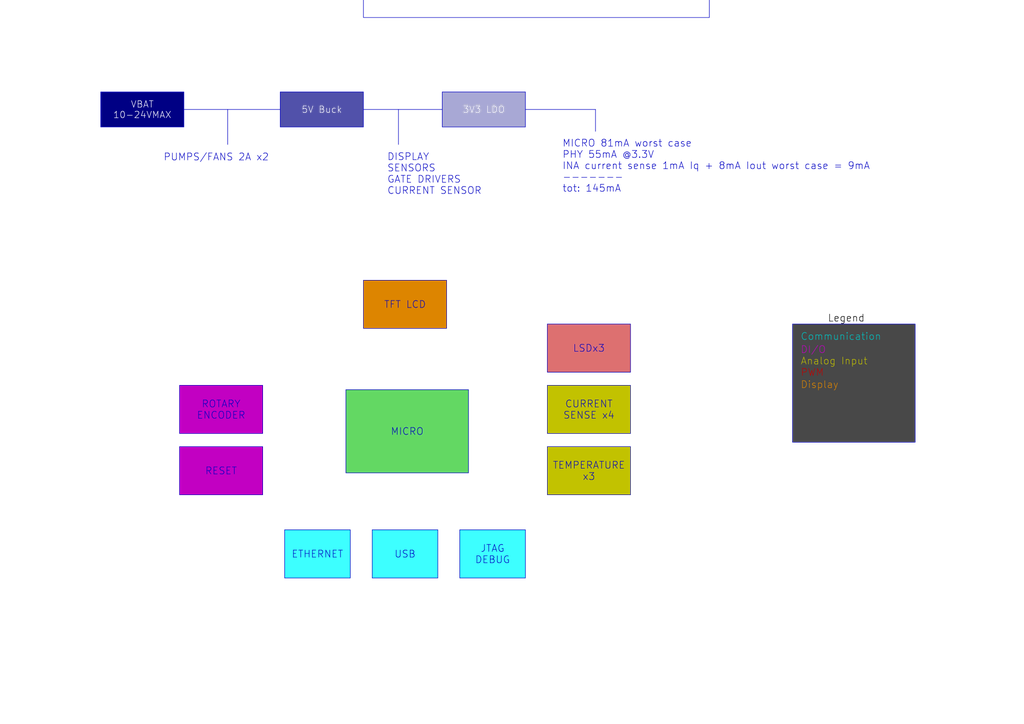
<source format=kicad_sch>
(kicad_sch
	(version 20231120)
	(generator "eeschema")
	(generator_version "8.0")
	(uuid "be495e14-3da3-4129-8396-1871cb6cba29")
	(paper "A4")
	(title_block
		(title "Garden Control System")
		(date "2024-04-06")
		(rev "1")
		(company "Lee Evans")
	)
	(lib_symbols)
	(polyline
		(pts
			(xy 105.41 31.75) (xy 128.27 31.75)
		)
		(stroke
			(width 0)
			(type default)
		)
		(uuid "0bfc2fc8-a072-4303-bec5-d2a27cb38468")
	)
	(polyline
		(pts
			(xy 53.34 31.75) (xy 81.28 31.75)
		)
		(stroke
			(width 0)
			(type default)
		)
		(uuid "11aa4561-c6d3-4d68-89b7-39e5d5177216")
	)
	(polyline
		(pts
			(xy 115.57 31.75) (xy 115.57 41.91)
		)
		(stroke
			(width 0)
			(type default)
		)
		(uuid "1398a29b-1ef7-4557-9c3f-3bb90511df87")
	)
	(polyline
		(pts
			(xy 152.4 31.75) (xy 172.72 31.75)
		)
		(stroke
			(width 0)
			(type default)
		)
		(uuid "4df9180b-6c0d-4ec1-94f1-6d07be74d859")
	)
	(polyline
		(pts
			(xy 66.04 31.75) (xy 66.04 41.91)
		)
		(stroke
			(width 0)
			(type default)
		)
		(uuid "90a1661b-3c08-4225-a74e-ed9c606c2000")
	)
	(polyline
		(pts
			(xy 172.72 31.75) (xy 172.72 38.1)
		)
		(stroke
			(width 0)
			(type default)
		)
		(uuid "cb846363-7380-4e2a-ba11-59b6d5bb66e2")
	)
	(rectangle
		(start 229.87 93.98)
		(end 265.43 128.27)
		(stroke
			(width 0)
			(type default)
		)
		(fill
			(type color)
			(color 72 72 72 1)
		)
		(uuid d8322c88-0167-4e18-b618-41e2bb3c47a3)
	)
	(text_box "If bucked from VBAT to 5V, LDO power loss = (5-3.3)(LDO Current out + LDO Current ) \n= 1.7*(0.145 + ??) = ~0.25W"
		(exclude_from_sim no)
		(at 105.41 -13.97 0)
		(size 100.33 19.05)
		(stroke
			(width 0)
			(type default)
		)
		(fill
			(type none)
		)
		(effects
			(font
				(size 1.27 1.27)
			)
			(justify left top)
		)
		(uuid "0975081c-ef8b-4c1c-9a3f-519e0e759cd0")
	)
	(text_box "3V3 LDO"
		(exclude_from_sim no)
		(at 128.27 26.67 0)
		(size 24.13 10.16)
		(stroke
			(width 0)
			(type default)
		)
		(fill
			(type color)
			(color 0 0 132 0.34)
		)
		(effects
			(font
				(size 1.905 1.905)
				(color 255 255 255 1)
			)
		)
		(uuid "0c045749-9d89-427d-a0c9-32d544cfa37f")
	)
	(text_box "-select encoder part\n-add encoder circuit\n\n-choose temp sensor type\n-add temp sensor to schematic\n\n-add LEDs to the power rails\n\n-add debug LED to micro\n\n-research ESD protection types (ESD cap vs TVS diode)\n-add ESD protection to connectors\n\n-research how to add more memory\n\n-research a display to add\n-add display to schematic\n\n"
		(exclude_from_sim no)
		(at 17.78 -218.44 0)
		(size 256.54 172.72)
		(stroke
			(width 0)
			(type default)
		)
		(fill
			(type none)
		)
		(effects
			(font
				(size 5.08 5.08)
			)
			(justify left top)
		)
		(uuid "19591852-a541-4be7-927d-3797391fe171")
	)
	(text_box "5V Buck"
		(exclude_from_sim no)
		(at 81.28 26.67 0)
		(size 24.13 10.16)
		(stroke
			(width 0)
			(type default)
		)
		(fill
			(type color)
			(color 0 0 132 0.68)
		)
		(effects
			(font
				(size 1.905 1.905)
				(color 255 255 255 1)
			)
		)
		(uuid "34ce7121-2451-4c55-be2b-048bf3883ab8")
	)
	(text_box "TEMPERATURE x3"
		(exclude_from_sim no)
		(at 158.75 129.54 0)
		(size 24.13 13.97)
		(stroke
			(width 0)
			(type default)
		)
		(fill
			(type color)
			(color 194 194 0 1)
		)
		(effects
			(font
				(size 2.032 2.032)
			)
		)
		(uuid "34fdc99e-c336-401c-8032-a228012f0166")
	)
	(text_box "RESET"
		(exclude_from_sim no)
		(at 52.07 129.54 0)
		(size 24.13 13.97)
		(stroke
			(width 0)
			(type default)
		)
		(fill
			(type color)
			(color 194 0 194 1)
		)
		(effects
			(font
				(size 2.032 2.032)
			)
		)
		(uuid "5747b7f8-49be-49be-9b03-1caff83ea7ab")
	)
	(text_box "TFT LCD"
		(exclude_from_sim no)
		(at 105.41 81.28 0)
		(size 24.13 13.97)
		(stroke
			(width 0)
			(type default)
		)
		(fill
			(type color)
			(color 221 133 0 1)
		)
		(effects
			(font
				(size 2.032 2.032)
			)
		)
		(uuid "61980723-fa0b-4574-968e-4fca4daf14a4")
	)
	(text_box "ROTARY ENCODER"
		(exclude_from_sim no)
		(at 52.07 111.76 0)
		(size 24.13 13.97)
		(stroke
			(width 0)
			(type default)
		)
		(fill
			(type color)
			(color 194 0 194 1)
		)
		(effects
			(font
				(size 2.032 2.032)
			)
		)
		(uuid "70b73abe-b667-427c-95a0-d8b5d6eaf466")
	)
	(text_box "ETHERNET"
		(exclude_from_sim no)
		(at 82.55 153.67 0)
		(size 19.05 13.97)
		(stroke
			(width 0)
			(type default)
		)
		(fill
			(type color)
			(color 0 255 255 0.76)
		)
		(effects
			(font
				(size 2.032 2.032)
			)
		)
		(uuid "a4fcb4a5-8519-46fe-b722-32532cda6863")
	)
	(text_box "LSDx3"
		(exclude_from_sim no)
		(at 158.75 93.98 0)
		(size 24.13 13.97)
		(stroke
			(width 0)
			(type default)
		)
		(fill
			(type color)
			(color 194 0 0 0.56)
		)
		(effects
			(font
				(size 2.032 2.032)
			)
		)
		(uuid "a66673ad-78ab-47ba-82bf-2175022ef9c5")
	)
	(text_box "VBAT\n10-24VMAX"
		(exclude_from_sim no)
		(at 29.21 26.67 0)
		(size 24.13 10.16)
		(stroke
			(width 0)
			(type default)
		)
		(fill
			(type color)
			(color 0 0 132 1)
		)
		(effects
			(font
				(size 1.905 1.905)
				(color 255 255 255 1)
			)
		)
		(uuid "c616fc4d-26c8-409e-b923-172c10a14ad5")
	)
	(text_box "MICRO"
		(exclude_from_sim no)
		(at 100.33 113.03 0)
		(size 35.56 24.13)
		(stroke
			(width 0)
			(type default)
		)
		(fill
			(type color)
			(color 0 194 0 0.61)
		)
		(effects
			(font
				(size 2.032 2.032)
			)
		)
		(uuid "c70cf968-08a9-40cf-9a74-1a3ea2ada8b9")
	)
	(text_box "USB"
		(exclude_from_sim no)
		(at 107.95 153.67 0)
		(size 19.05 13.97)
		(stroke
			(width 0)
			(type default)
		)
		(fill
			(type color)
			(color 0 255 255 0.76)
		)
		(effects
			(font
				(size 2.032 2.032)
			)
		)
		(uuid "da2f3778-8390-4d04-b401-6cf43a799305")
	)
	(text_box "JTAG DEBUG"
		(exclude_from_sim no)
		(at 133.35 153.67 0)
		(size 19.05 13.97)
		(stroke
			(width 0)
			(type default)
		)
		(fill
			(type color)
			(color 0 255 255 0.76)
		)
		(effects
			(font
				(size 2.032 2.032)
			)
		)
		(uuid "df95bf34-afc3-4623-baa8-7350d3245d1c")
	)
	(text_box "CURRENT SENSE x4"
		(exclude_from_sim no)
		(at 158.75 111.76 0)
		(size 24.13 13.97)
		(stroke
			(width 0)
			(type default)
		)
		(fill
			(type color)
			(color 194 194 0 1)
		)
		(effects
			(font
				(size 2.032 2.032)
			)
		)
		(uuid "f81ae61c-083e-4d9f-a470-eab923cbb2ff")
	)
	(text "Legend"
		(exclude_from_sim no)
		(at 240.03 92.456 0)
		(effects
			(font
				(size 2.032 2.032)
				(color 0 0 0 1)
			)
			(justify left)
		)
		(uuid "01242967-3fa3-40c0-a8b6-a900b91be94e")
	)
	(text "PUMPS/FANS 2A x2 "
		(exclude_from_sim no)
		(at 63.5 45.72 0)
		(effects
			(font
				(size 2.032 2.032)
			)
		)
		(uuid "0adef0ae-baba-433a-a6de-5b81924befba")
	)
	(text "PWM"
		(exclude_from_sim no)
		(at 232.156 108.204 0)
		(effects
			(font
				(size 2.032 2.032)
				(color 194 0 0 1)
			)
			(justify left)
		)
		(uuid "1eb9b777-c16d-4f0e-9bce-ce4fb0ad5004")
	)
	(text "Analog Input"
		(exclude_from_sim no)
		(at 232.156 104.902 0)
		(effects
			(font
				(size 2.032 2.032)
				(color 194 194 0 1)
			)
			(justify left)
		)
		(uuid "2cb198f9-acb2-4f30-b731-2637e1026aea")
	)
	(text "MICRO 81mA worst case\nPHY 55mA @3.3V\nINA current sense 1mA Iq + 8mA Iout worst case = 9mA\n-------\ntot: 145mA"
		(exclude_from_sim no)
		(at 163.068 48.26 0)
		(effects
			(font
				(size 2.032 2.032)
			)
			(justify left)
		)
		(uuid "571b190a-b83d-48c9-86eb-c5354a2945bb")
	)
	(text "Display"
		(exclude_from_sim no)
		(at 232.156 111.76 0)
		(effects
			(font
				(size 2.032 2.032)
				(color 221 133 0 1)
			)
			(justify left)
		)
		(uuid "6dd2ae05-cdd9-4623-b4c8-574a567f0683")
	)
	(text "DI/O"
		(exclude_from_sim no)
		(at 232.156 101.6 0)
		(effects
			(font
				(size 2.032 2.032)
				(color 194 0 194 1)
			)
			(justify left)
		)
		(uuid "714d3822-9a73-4655-bad4-f93a84cd4463")
	)
	(text "DISPLAY\nSENSORS\nGATE DRIVERS\nCURRENT SENSOR"
		(exclude_from_sim no)
		(at 112.268 50.546 0)
		(effects
			(font
				(size 2.032 2.032)
			)
			(justify left)
		)
		(uuid "87f733ca-b4dd-4b96-ba0c-944a26a4f946")
	)
	(text "ToDo:"
		(exclude_from_sim no)
		(at 131.572 -228.346 0)
		(effects
			(font
				(size 7.62 7.62)
				(color 255 0 0 1)
			)
		)
		(uuid "8e4b623b-1cb9-49d9-bba2-3fdbb1970061")
	)
	(text "Communication"
		(exclude_from_sim no)
		(at 232.156 97.79 0)
		(effects
			(font
				(size 2.032 2.032)
				(color 0 194 194 1)
			)
			(justify left)
		)
		(uuid "a5d2461f-bae5-4ba1-882b-565ee8e4c6ad")
	)
	(sheet
		(at 745.49 0)
		(size 326.39 195.58)
		(fields_autoplaced yes)
		(stroke
			(width 0.1524)
			(type solid)
		)
		(fill
			(color 0 0 0 0.0000)
		)
		(uuid "204a168b-bbb9-470c-896a-2af26f197140")
		(property "Sheetname" "Connectors"
			(at 745.49 -0.7116 0)
			(effects
				(font
					(size 1.27 1.27)
				)
				(justify left bottom)
			)
		)
		(property "Sheetfile" "Connectors.kicad_sch"
			(at 745.49 196.1646 0)
			(effects
				(font
					(size 1.27 1.27)
				)
				(justify left top)
			)
		)
		(instances
			(project "Garden Control System"
				(path "/be495e14-3da3-4129-8396-1871cb6cba29"
					(page "4")
				)
			)
		)
	)
	(sheet
		(at 8.89 226.06)
		(size 312.42 194.31)
		(fields_autoplaced yes)
		(stroke
			(width 0.1524)
			(type solid)
		)
		(fill
			(color 0 0 0 0.0000)
		)
		(uuid "2e2e63ab-c4f1-440d-ac62-fc929ffe2afa")
		(property "Sheetname" "Ethernet"
			(at 8.89 225.3484 0)
			(effects
				(font
					(size 1.27 1.27)
				)
				(justify left bottom)
			)
		)
		(property "Sheetfile" "Ethernet.kicad_sch"
			(at 8.89 420.9546 0)
			(effects
				(font
					(size 1.27 1.27)
				)
				(justify left top)
			)
		)
		(instances
			(project "Garden Control System"
				(path "/be495e14-3da3-4129-8396-1871cb6cba29"
					(page "6")
				)
			)
		)
	)
	(sheet
		(at 330.2 224.79)
		(size 393.7 195.58)
		(fields_autoplaced yes)
		(stroke
			(width 0.1524)
			(type solid)
		)
		(fill
			(color 0 0 0 0.0000)
		)
		(uuid "55fe0748-2c23-42b7-878f-a313d609d0dd")
		(property "Sheetname" "Power"
			(at 330.2 224.0784 0)
			(effects
				(font
					(size 1.27 1.27)
				)
				(justify left bottom)
			)
		)
		(property "Sheetfile" "Power.kicad_sch"
			(at 330.2 420.9546 0)
			(effects
				(font
					(size 1.27 1.27)
				)
				(justify left top)
			)
		)
		(instances
			(project "Garden Control System"
				(path "/be495e14-3da3-4129-8396-1871cb6cba29"
					(page "3")
				)
			)
		)
	)
	(sheet
		(at 330.2 -3.81)
		(size 391.16 201.93)
		(fields_autoplaced yes)
		(stroke
			(width 0.1524)
			(type solid)
		)
		(fill
			(color 0 0 0 0.0000)
		)
		(uuid "6a7b39f0-e3c6-487a-9e4c-35de14375680")
		(property "Sheetname" "MCU"
			(at 330.2 -4.5216 0)
			(effects
				(font
					(size 1.27 1.27)
				)
				(justify left bottom)
			)
		)
		(property "Sheetfile" "MCU.kicad_sch"
			(at 330.2 198.7046 0)
			(effects
				(font
					(size 1.27 1.27)
				)
				(justify left top)
			)
		)
		(instances
			(project "Garden Control System"
				(path "/be495e14-3da3-4129-8396-1871cb6cba29"
					(page "2")
				)
			)
		)
	)
	(sheet
		(at 746.76 224.79)
		(size 325.12 198.12)
		(fields_autoplaced yes)
		(stroke
			(width 0.1524)
			(type solid)
		)
		(fill
			(color 0 0 0 0.0000)
		)
		(uuid "9f2dbd4f-9250-47a2-9054-c36b37ba7178")
		(property "Sheetname" "LSD and Current Sense"
			(at 746.76 224.0784 0)
			(effects
				(font
					(size 1.27 1.27)
				)
				(justify left bottom)
			)
		)
		(property "Sheetfile" "Sensors and HSDs.kicad_sch"
			(at 746.76 423.4946 0)
			(effects
				(font
					(size 1.27 1.27)
				)
				(justify left top)
			)
		)
		(instances
			(project "Garden Control System"
				(path "/be495e14-3da3-4129-8396-1871cb6cba29"
					(page "5")
				)
			)
		)
	)
	(sheet_instances
		(path "/"
			(page "1")
		)
	)
)
</source>
